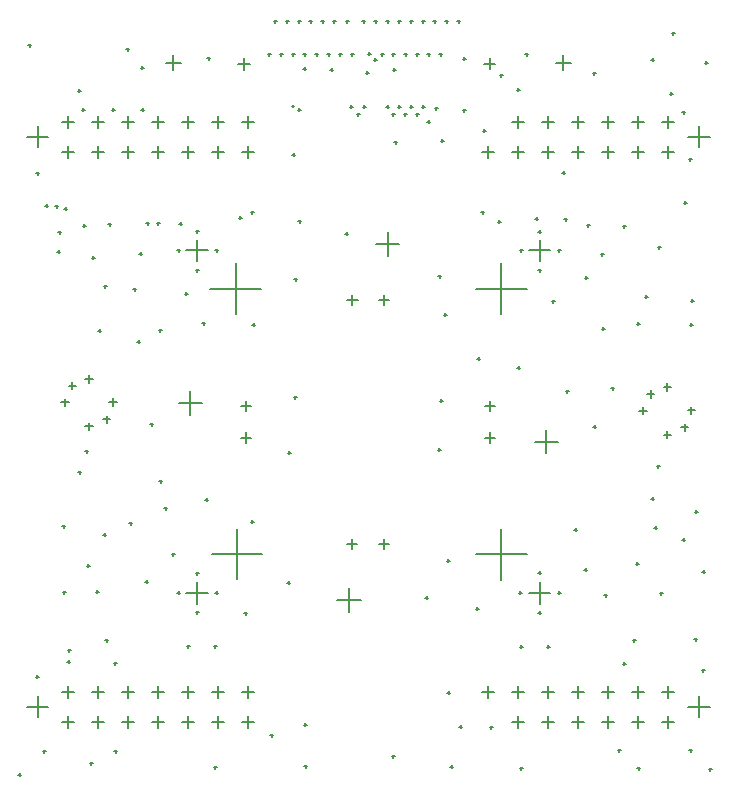
<source format=gbr>
G04 Layer_Color=128*
%FSLAX26Y26*%
%MOIN*%
%TF.FileFunction,Drillmap*%
%TF.Part,Single*%
G01*
G75*
%TA.AperFunction,NonConductor*%
%ADD105C,0.005000*%
D105*
X1607361Y2429133D02*
X1642794D01*
X1625078Y2411417D02*
Y2446850D01*
X786497Y2429133D02*
X825867D01*
X806182Y2409448D02*
Y2448818D01*
X797042Y1183274D02*
X830506D01*
X813774Y1166541D02*
Y1200006D01*
X1150596Y829720D02*
X1184060D01*
X1167328Y812987D02*
Y846452D01*
X797240Y1289366D02*
X830704D01*
X813972Y1272633D02*
Y1306098D01*
X1150792Y1642919D02*
X1184256D01*
X1167524Y1626187D02*
Y1659652D01*
X1256886Y829719D02*
X1290350D01*
X1273618Y812987D02*
Y846452D01*
X1610438Y1183274D02*
X1643902D01*
X1627170Y1166541D02*
Y1200006D01*
X1256886Y1642722D02*
X1290350D01*
X1273618Y1625989D02*
Y1659454D01*
X1610438Y1289168D02*
X1643902D01*
X1627170Y1272435D02*
Y1305900D01*
X1774390Y1169901D02*
X1853130D01*
X1813760Y1130531D02*
Y1209272D01*
X1116752Y640963D02*
X1195492D01*
X1156122Y601593D02*
Y680334D01*
X587814Y1298601D02*
X666554D01*
X627184Y1259231D02*
Y1337972D01*
X1245452Y1827540D02*
X1324192D01*
X1284822Y1788169D02*
Y1866910D01*
X2284500Y1273999D02*
X2309500D01*
X2297000Y1261499D02*
Y1286499D01*
X2262500Y1216999D02*
X2287500D01*
X2275000Y1204499D02*
Y1229499D01*
X2204500Y1192999D02*
X2229500D01*
X2217000Y1180499D02*
Y1205499D01*
X2123878Y1272999D02*
X2148878D01*
X2136378Y1260499D02*
Y1285499D01*
X2148500Y1328999D02*
X2173500D01*
X2161000Y1316499D02*
Y1341499D01*
X2204500Y1351999D02*
X2229500D01*
X2217000Y1339499D02*
Y1364499D01*
X357500Y1300999D02*
X382500D01*
X370000Y1288499D02*
Y1313499D01*
X335500Y1243999D02*
X360500D01*
X348000Y1231499D02*
Y1256499D01*
X277500Y1219999D02*
X302500D01*
X290000Y1207499D02*
Y1232499D01*
X196878Y1299999D02*
X221878D01*
X209378Y1287499D02*
Y1312499D01*
X221500Y1355999D02*
X246500D01*
X234000Y1343499D02*
Y1368499D01*
X277500Y1378999D02*
X302500D01*
X290000Y1366499D02*
Y1391499D01*
X200490Y2136222D02*
X240490D01*
X220490Y2116222D02*
Y2156222D01*
X300490Y2136222D02*
X340490D01*
X320490Y2116222D02*
Y2156222D01*
X400490Y2136222D02*
X440490D01*
X420490Y2116222D02*
Y2156222D01*
X500490Y2136222D02*
X540490D01*
X520490Y2116222D02*
Y2156222D01*
X600490Y2136222D02*
X640490D01*
X620490Y2116222D02*
Y2156222D01*
X700490Y2136222D02*
X740490D01*
X720490Y2116222D02*
Y2156222D01*
X800490Y2136222D02*
X840490D01*
X820490Y2116222D02*
Y2156222D01*
X1600490Y2136222D02*
X1640490D01*
X1620490Y2116222D02*
Y2156222D01*
X1700490Y2136222D02*
X1740490D01*
X1720490Y2116222D02*
Y2156222D01*
X1800490Y2136222D02*
X1840490D01*
X1820490Y2116222D02*
Y2156222D01*
X1900490Y2136222D02*
X1940490D01*
X1920490Y2116222D02*
Y2156222D01*
X2000490Y2136222D02*
X2040490D01*
X2020490Y2116222D02*
Y2156222D01*
X2100490Y2136222D02*
X2140490D01*
X2120490Y2116222D02*
Y2156222D01*
X2200490Y2136222D02*
X2240490D01*
X2220490Y2116222D02*
Y2156222D01*
X200490Y2236222D02*
X240490D01*
X220490Y2216222D02*
Y2256222D01*
X300490Y2236222D02*
X340490D01*
X320490Y2216222D02*
Y2256222D01*
X400490Y2236222D02*
X440490D01*
X420490Y2216222D02*
Y2256222D01*
X500490Y2236222D02*
X540490D01*
X520490Y2216222D02*
Y2256222D01*
X600490Y2236222D02*
X640490D01*
X620490Y2216222D02*
Y2256222D01*
X700490Y2236222D02*
X740490D01*
X720490Y2216222D02*
Y2256222D01*
X800490Y2236222D02*
X840490D01*
X820490Y2216222D02*
Y2256222D01*
X1700490Y2236222D02*
X1740490D01*
X1720490Y2216222D02*
Y2256222D01*
X1800490Y2236222D02*
X1840490D01*
X1820490Y2216222D02*
Y2256222D01*
X1900490Y2236222D02*
X1940490D01*
X1920490Y2216222D02*
Y2256222D01*
X2000490Y2236222D02*
X2040490D01*
X2020490Y2216222D02*
Y2256222D01*
X2100490Y2236222D02*
X2140490D01*
X2120490Y2216222D02*
Y2256222D01*
X2200490Y2236222D02*
X2240490D01*
X2220490Y2216222D02*
Y2256222D01*
X200490Y336221D02*
X240490D01*
X220490Y316221D02*
Y356221D01*
X300490Y336221D02*
X340490D01*
X320490Y316221D02*
Y356221D01*
X400490Y336221D02*
X440490D01*
X420490Y316221D02*
Y356221D01*
X500490Y336221D02*
X540490D01*
X520490Y316221D02*
Y356221D01*
X600490Y336221D02*
X640490D01*
X620490Y316221D02*
Y356221D01*
X700490Y336221D02*
X740490D01*
X720490Y316221D02*
Y356221D01*
X800490Y336221D02*
X840490D01*
X820490Y316221D02*
Y356221D01*
X1600490Y336221D02*
X1640490D01*
X1620490Y316221D02*
Y356221D01*
X1700490Y336221D02*
X1740490D01*
X1720490Y316221D02*
Y356221D01*
X1800490Y336221D02*
X1840490D01*
X1820490Y316221D02*
Y356221D01*
X1900490Y336221D02*
X1940490D01*
X1920490Y316221D02*
Y356221D01*
X2000490Y336221D02*
X2040490D01*
X2020490Y316221D02*
Y356221D01*
X2100490Y336221D02*
X2140490D01*
X2120490Y316221D02*
Y356221D01*
X2200490Y336221D02*
X2240490D01*
X2220490Y316221D02*
Y356221D01*
X200490Y236221D02*
X240490D01*
X220490Y216221D02*
Y256221D01*
X300490Y236221D02*
X340490D01*
X320490Y216221D02*
Y256221D01*
X400490Y236221D02*
X440490D01*
X420490Y216221D02*
Y256221D01*
X500490Y236221D02*
X540490D01*
X520490Y216221D02*
Y256221D01*
X600490Y236221D02*
X640490D01*
X620490Y216221D02*
Y256221D01*
X700490Y236221D02*
X740490D01*
X720490Y216221D02*
Y256221D01*
X800490Y236221D02*
X840490D01*
X820490Y216221D02*
Y256221D01*
X1700490Y236221D02*
X1740490D01*
X1720490Y216221D02*
Y256221D01*
X1800490Y236221D02*
X1840490D01*
X1820490Y216221D02*
Y256221D01*
X1900490Y236221D02*
X1940490D01*
X1920490Y216221D02*
Y256221D01*
X2000490Y236221D02*
X2040490D01*
X2020490Y216221D02*
Y256221D01*
X2100490Y236221D02*
X2140490D01*
X2120490Y216221D02*
Y256221D01*
X2200490Y236221D02*
X2240490D01*
X2220490Y216221D02*
Y256221D01*
X2287401Y286221D02*
X2358267D01*
X2322834Y250788D02*
Y321655D01*
X82677Y286221D02*
X153543D01*
X118110Y250788D02*
Y321655D01*
X2287401Y2186222D02*
X2358267D01*
X2322834Y2150788D02*
Y2221655D01*
X697756Y795275D02*
X867048D01*
X782402Y710630D02*
Y879921D01*
X1578740Y793308D02*
X1748032D01*
X1663386Y708662D02*
Y877953D01*
X692914Y1679133D02*
X862206D01*
X777560Y1594488D02*
Y1763779D01*
X1578740Y1679133D02*
X1748032D01*
X1663386Y1594488D02*
Y1763779D01*
X1755905Y1807088D02*
X1826771D01*
X1791338Y1771654D02*
Y1842521D01*
X1755905Y665354D02*
X1826771D01*
X1791338Y629920D02*
Y700787D01*
X1845472Y2433072D02*
X1894684D01*
X1870078Y2408465D02*
Y2457678D01*
X546260Y2433072D02*
X595472D01*
X570866Y2408465D02*
Y2457678D01*
X614173Y665354D02*
X685039D01*
X649606Y629920D02*
Y700787D01*
X82677Y2186222D02*
X153543D01*
X118110Y2150788D02*
Y2221655D01*
X614173Y1807088D02*
X685039D01*
X649606Y1771654D02*
Y1842521D01*
X1082678Y2461000D02*
X1092678D01*
X1087678Y2456000D02*
Y2466000D01*
X1043308Y2461000D02*
X1053308D01*
X1048308Y2456000D02*
Y2466000D01*
X1122048Y2461000D02*
X1132048D01*
X1127048Y2456000D02*
Y2466000D01*
X1161418Y2461000D02*
X1171418D01*
X1166418Y2456000D02*
Y2466000D01*
X1417322Y2235000D02*
X1427322D01*
X1422322Y2230000D02*
Y2240000D01*
X1358268Y2285000D02*
X1368268D01*
X1363268Y2280000D02*
Y2290000D01*
X1318898Y2285000D02*
X1328898D01*
X1323898Y2280000D02*
Y2290000D01*
X1279528Y2285000D02*
X1289528D01*
X1284528Y2280000D02*
Y2290000D01*
X1442000Y2280000D02*
X1452000D01*
X1447000Y2275000D02*
Y2285000D01*
X1397638D02*
X1407638D01*
X1402638Y2280000D02*
Y2290000D01*
X1535000Y2273884D02*
X1545000D01*
X1540000Y2268884D02*
Y2278884D01*
X1968000Y2397000D02*
X1978000D01*
X1973000Y2392000D02*
Y2402000D01*
X292000Y98000D02*
X302000D01*
X297000Y93000D02*
Y103000D01*
X2069000Y429510D02*
X2079000D01*
X2074000Y424510D02*
Y434510D01*
X265000Y2275000D02*
X275000D01*
X270000Y2270000D02*
Y2280000D01*
X1238500Y2442126D02*
X1248500D01*
X1243500Y2437126D02*
Y2447126D01*
X1302000Y2409000D02*
X1312000D01*
X1307000Y2404000D02*
Y2414000D01*
X1200788Y2570000D02*
X1210788D01*
X1205788Y2565000D02*
Y2575000D01*
X1524000Y219000D02*
X1534000D01*
X1529000Y214000D02*
Y224000D01*
X788000Y1915000D02*
X798000D01*
X793000Y1910000D02*
Y1920000D01*
X828000Y1934000D02*
X838000D01*
X833000Y1929000D02*
Y1939000D01*
X2163000Y979186D02*
X2173000D01*
X2168000Y974186D02*
Y984186D01*
X2181000Y1088000D02*
X2191000D01*
X2186000Y1083000D02*
Y1093000D01*
X2068017Y1886984D02*
X2078017D01*
X2073017Y1881984D02*
Y1891984D01*
X1866000Y2066000D02*
X1876000D01*
X1871000Y2061000D02*
Y2071000D01*
X1949000Y1891000D02*
X1959000D01*
X1954000Y1886000D02*
Y1896000D01*
X1873000Y1910528D02*
X1883000D01*
X1878000Y1905528D02*
Y1915528D01*
X1776000Y1913000D02*
X1786000D01*
X1781000Y1908000D02*
Y1918000D01*
X1596000Y1934000D02*
X1606000D01*
X1601000Y1929000D02*
Y1939000D01*
X311000Y669000D02*
X321000D01*
X316000Y664000D02*
Y674000D01*
X183000Y1802000D02*
X193000D01*
X188000Y1797000D02*
Y1807000D01*
X2007000Y656712D02*
X2017000D01*
X2012000Y651712D02*
Y661712D01*
X354000Y1894000D02*
X364000D01*
X359000Y1889000D02*
Y1899000D01*
X216000Y436000D02*
X226000D01*
X221000Y431000D02*
Y441000D01*
X2307626Y935000D02*
X2317626D01*
X2312626Y930000D02*
Y940000D01*
X2163000Y2443000D02*
X2173000D01*
X2168000Y2438000D02*
Y2448000D01*
X2224500Y2328500D02*
X2234500D01*
X2229500Y2323500D02*
Y2333500D01*
X338000Y1687000D02*
X348000D01*
X343000Y1682000D02*
Y1692000D01*
X177000Y1954000D02*
X187000D01*
X182000Y1949000D02*
Y1959000D01*
X218000Y474000D02*
X228000D01*
X223000Y469000D02*
Y479000D01*
X207000Y1946094D02*
X217000D01*
X212000Y1941094D02*
Y1951094D01*
X143000Y1955000D02*
X153000D01*
X148000Y1950000D02*
Y1960000D01*
X515000Y1897000D02*
X525000D01*
X520000Y1892000D02*
Y1902000D01*
X480000Y1897000D02*
X490000D01*
X485000Y1892000D02*
Y1902000D01*
X463000Y2275000D02*
X473000D01*
X468000Y2270000D02*
Y2280000D01*
X365000Y2275000D02*
X375000D01*
X370000Y2270000D02*
Y2280000D01*
X1602000Y2205000D02*
X1612000D01*
X1607000Y2200000D02*
Y2210000D01*
X1715000Y2343000D02*
X1725000D01*
X1720000Y2338000D02*
Y2348000D01*
X1181102Y2260102D02*
X1191102D01*
X1186102Y2255102D02*
Y2265102D01*
X462000Y2414999D02*
X472000D01*
X467000Y2409999D02*
Y2419999D01*
X414000Y2477000D02*
X424000D01*
X419000Y2472000D02*
Y2482000D01*
X252000Y2339000D02*
X262000D01*
X257000Y2334000D02*
Y2344000D01*
X1003938Y2461000D02*
X1013938D01*
X1008938Y2456000D02*
Y2466000D01*
X965566Y2288000D02*
X973566D01*
X969566Y2284000D02*
Y2292000D01*
X984252Y2275000D02*
X994252D01*
X989252Y2270000D02*
Y2280000D01*
X885826Y2461174D02*
X895826D01*
X890826Y2456174D02*
Y2466174D01*
X925196Y2461000D02*
X935196D01*
X930196Y2456000D02*
Y2466000D01*
X320150Y1539000D02*
X330150D01*
X325150Y1534000D02*
Y1544000D01*
X134491Y137000D02*
X144491D01*
X139491Y132000D02*
Y142000D01*
X374000Y137000D02*
X384000D01*
X379000Y132000D02*
Y142000D01*
X905512Y2570000D02*
X915512D01*
X910512Y2565000D02*
Y2575000D01*
X1062992Y2570000D02*
X1072992D01*
X1067992Y2565000D02*
Y2575000D01*
X944882Y2570000D02*
X954882D01*
X949882Y2565000D02*
Y2575000D01*
X1023622Y2570000D02*
X1033622D01*
X1028622Y2565000D02*
Y2575000D01*
X984252Y2570000D02*
X994252D01*
X989252Y2565000D02*
Y2575000D01*
X1102362Y2570000D02*
X1112362D01*
X1107362Y2565000D02*
Y2575000D01*
X964566Y2461000D02*
X974566D01*
X969566Y2456000D02*
Y2466000D01*
X1377952Y2461000D02*
X1387952D01*
X1382952Y2456000D02*
Y2466000D01*
X1456692Y2461000D02*
X1466692D01*
X1461692Y2456000D02*
Y2466000D01*
X1417322Y2461000D02*
X1427322D01*
X1422322Y2456000D02*
Y2466000D01*
X2101085Y508085D02*
X2111085D01*
X2106085Y503085D02*
Y513085D01*
X1725000Y486000D02*
X1735000D01*
X1730000Y481000D02*
Y491000D01*
X2052000Y140922D02*
X2062000D01*
X2057000Y135922D02*
Y145922D01*
X2290000Y140000D02*
X2300000D01*
X2295000Y135000D02*
Y145000D01*
X2116999Y79999D02*
X2126999D01*
X2121999Y74999D02*
Y84999D01*
X1815000Y485000D02*
X1825000D01*
X1820000Y480000D02*
Y490000D01*
X1725000Y80000D02*
X1735000D01*
X1730000Y75000D02*
Y85000D01*
X705500Y84000D02*
X715500D01*
X710500Y79000D02*
Y89000D01*
X371000Y430000D02*
X381000D01*
X376000Y425000D02*
Y435000D01*
X344033Y508086D02*
X354033D01*
X349033Y503086D02*
Y513086D01*
X705500Y487500D02*
X715500D01*
X710500Y482500D02*
Y492500D01*
X615490Y487500D02*
X625490D01*
X620490Y482500D02*
Y492500D01*
X894000Y191000D02*
X904000D01*
X899000Y186000D02*
Y196000D01*
X1299000Y2260000D02*
X1309000D01*
X1304000Y2255000D02*
Y2265000D01*
X1535434Y2445434D02*
X1545434D01*
X1540434Y2440434D02*
Y2450434D01*
X1201000Y2285000D02*
X1211000D01*
X1206000Y2280000D02*
Y2290000D01*
X1651001Y1902001D02*
X1661001D01*
X1656001Y1897001D02*
Y1907001D01*
X2266000Y2267000D02*
X2276000D01*
X2271000Y2262000D02*
Y2272000D01*
X2288000Y2110000D02*
X2298000D01*
X2293000Y2105000D02*
Y2115000D01*
X590490Y1896000D02*
X600490D01*
X595490Y1891000D02*
Y1901000D01*
X1851338Y665354D02*
X1861338D01*
X1856338Y660354D02*
Y670354D01*
X1786338Y599000D02*
X1796338D01*
X1791338Y594000D02*
Y604000D01*
X1721000Y665354D02*
X1731000D01*
X1726000Y660354D02*
Y670354D01*
X1787150Y732000D02*
X1797150D01*
X1792150Y727000D02*
Y737000D01*
X709606Y665354D02*
X719606D01*
X714606Y660354D02*
Y670354D01*
X644606Y600000D02*
X654606D01*
X649606Y595000D02*
Y605000D01*
X583000Y665354D02*
X593000D01*
X588000Y660354D02*
Y670354D01*
X644606Y730000D02*
X654606D01*
X649606Y725000D02*
Y735000D01*
X709606Y1807088D02*
X719606D01*
X714606Y1802088D02*
Y1812088D01*
X644606Y1870000D02*
X654606D01*
X649606Y1865000D02*
Y1875000D01*
X645640Y1740000D02*
X655640D01*
X650640Y1735000D02*
Y1745000D01*
X583000Y1807088D02*
X593000D01*
X588000Y1802088D02*
Y1812088D01*
X1851338Y1807088D02*
X1861338D01*
X1856338Y1802088D02*
Y1812088D01*
X1787000Y1869000D02*
X1797000D01*
X1792000Y1864000D02*
Y1874000D01*
X1725000Y1807088D02*
X1735000D01*
X1730000Y1802088D02*
Y1812088D01*
X1786338Y1740000D02*
X1796338D01*
X1791338Y1735000D02*
Y1745000D01*
X524000Y1037000D02*
X534000D01*
X529000Y1032000D02*
Y1042000D01*
X494150Y1227150D02*
X504150D01*
X499150Y1222150D02*
Y1232150D01*
X1998000Y1546172D02*
X2008000D01*
X2003000Y1541172D02*
Y1551172D01*
X2030000Y1347000D02*
X2040000D01*
X2035000Y1342000D02*
Y1352000D01*
X683768Y2448000D02*
X693768D01*
X688768Y2443000D02*
Y2453000D01*
X1003092Y2412058D02*
X1013092D01*
X1008092Y2407058D02*
Y2417058D01*
X1094000Y2408677D02*
X1104000D01*
X1099000Y2403677D02*
Y2413677D01*
X1307000Y2167000D02*
X1317000D01*
X1312000Y2162000D02*
Y2172000D01*
X1461167D02*
X1471167D01*
X1466167Y2167000D02*
Y2177000D01*
X87000Y2491000D02*
X97000D01*
X92000Y2486000D02*
Y2496000D01*
X113000Y2064000D02*
X123000D01*
X118000Y2059000D02*
Y2069000D01*
X268000Y1889000D02*
X278000D01*
X273000Y1884000D02*
Y1894000D01*
X254000Y1068000D02*
X264000D01*
X259000Y1063000D02*
Y1073000D01*
X336000Y859000D02*
X346000D01*
X341000Y854000D02*
Y864000D01*
X201000Y667000D02*
X211000D01*
X206000Y662000D02*
Y672000D01*
X112000Y386000D02*
X122000D01*
X117000Y381000D02*
Y391000D01*
X53000Y59000D02*
X63000D01*
X58000Y54000D02*
Y64000D01*
X1005000Y225000D02*
X1015000D01*
X1010000Y220000D02*
Y230000D01*
X1299000Y120000D02*
X1309000D01*
X1304000Y115000D02*
Y125000D01*
X1483000Y333000D02*
X1493000D01*
X1488000Y328000D02*
Y338000D01*
X2355000Y77000D02*
X2365000D01*
X2360000Y72000D02*
Y82000D01*
X2306000Y510000D02*
X2316000D01*
X2311000Y505000D02*
Y515000D01*
X2192000Y664000D02*
X2202000D01*
X2197000Y659000D02*
Y669000D01*
X2266000Y843000D02*
X2276000D01*
X2271000Y838000D02*
Y848000D01*
X2295000Y1639000D02*
X2305000D01*
X2300000Y1634000D02*
Y1644000D01*
X2185000Y1817000D02*
X2195000D01*
X2190000Y1812000D02*
Y1822000D01*
X2271436Y1966000D02*
X2281436D01*
X2276436Y1961000D02*
Y1971000D01*
X2341000Y2432000D02*
X2351000D01*
X2346000Y2427000D02*
Y2437000D01*
X2232000Y2530000D02*
X2242000D01*
X2237000Y2525000D02*
Y2535000D01*
X1743000Y2460000D02*
X1753000D01*
X1748000Y2455000D02*
Y2465000D01*
X1659000Y2390000D02*
X1669000D01*
X1664000Y2385000D02*
Y2395000D01*
X987000Y1904000D02*
X997000D01*
X992000Y1899000D02*
Y1909000D01*
X973000Y1710000D02*
X983000D01*
X978000Y1705000D02*
Y1715000D01*
X1143000Y1862000D02*
X1153000D01*
X1148000Y1857000D02*
Y1867000D01*
X1453000Y1720000D02*
X1463000D01*
X1458000Y1715000D02*
Y1725000D01*
X667000Y1564000D02*
X677000D01*
X672000Y1559000D02*
Y1569000D01*
X521000Y1540001D02*
X531000D01*
X526000Y1535001D02*
Y1545001D01*
X677000Y976000D02*
X687000D01*
X682000Y971000D02*
Y981000D01*
X806000Y597000D02*
X816000D01*
X811000Y592000D02*
Y602000D01*
X972000Y1317000D02*
X982000D01*
X977000Y1312000D02*
Y1322000D01*
X1452000Y1143000D02*
X1462000D01*
X1457000Y1138000D02*
Y1148000D01*
X1410000Y649000D02*
X1420000D01*
X1415000Y644000D02*
Y654000D01*
X1907000Y875000D02*
X1917000D01*
X1912000Y870000D02*
Y880000D01*
X1970001Y1218469D02*
X1980001D01*
X1975001Y1213469D02*
Y1223469D01*
X1717000Y1416000D02*
X1727000D01*
X1722000Y1411000D02*
Y1421000D01*
X1831000Y1638000D02*
X1841000D01*
X1836000Y1633000D02*
Y1643000D01*
X436000Y1678000D02*
X446000D01*
X441000Y1673000D02*
Y1683000D01*
X450000Y1502000D02*
X460000D01*
X455000Y1497000D02*
Y1507000D01*
X276000Y1137000D02*
X286000D01*
X281000Y1132000D02*
Y1142000D01*
X424000Y898000D02*
X434000D01*
X429000Y893000D02*
Y903000D01*
X476150Y703000D02*
X486150D01*
X481150Y698000D02*
Y708000D01*
X565000Y793308D02*
X575000D01*
X570000Y788308D02*
Y798308D01*
X540000Y948000D02*
X550000D01*
X545000Y943000D02*
Y953000D01*
X1940000Y742000D02*
X1950000D01*
X1945000Y737000D02*
Y747000D01*
X2174000Y883000D02*
X2184000D01*
X2179000Y878000D02*
Y888000D01*
X2111000Y762603D02*
X2121000D01*
X2116000Y757603D02*
Y767603D01*
X2292000Y1559000D02*
X2302000D01*
X2297000Y1554000D02*
Y1564000D01*
X2142000Y1653000D02*
X2152000D01*
X2147000Y1648000D02*
Y1658000D01*
X1995000Y1794000D02*
X2005000D01*
X2000000Y1789000D02*
Y1799000D01*
X1942000Y1716000D02*
X1952000D01*
X1947000Y1711000D02*
Y1721000D01*
X2115000Y1562000D02*
X2125000D01*
X2120000Y1557000D02*
Y1567000D01*
X608000Y1662000D02*
X618000D01*
X613000Y1657000D02*
Y1667000D01*
X457000Y1795000D02*
X467000D01*
X462000Y1790000D02*
Y1800000D01*
X833000Y1559000D02*
X843000D01*
X838000Y1554000D02*
Y1564000D01*
X827827Y903000D02*
X837827D01*
X832827Y898000D02*
Y908000D01*
X950000Y699000D02*
X960000D01*
X955000Y694000D02*
Y704000D01*
X952000Y1132000D02*
X962000D01*
X957000Y1127000D02*
Y1137000D01*
X1458000Y1306000D02*
X1468000D01*
X1463000Y1301000D02*
Y1311000D01*
X1471000Y1592000D02*
X1481000D01*
X1476000Y1587000D02*
Y1597000D01*
X1583000Y1446000D02*
X1593000D01*
X1588000Y1441000D02*
Y1451000D01*
X1481000Y773000D02*
X1491000D01*
X1486000Y768000D02*
Y778000D01*
X1578000Y612000D02*
X1588000D01*
X1583000Y607000D02*
Y617000D01*
X282000Y755000D02*
X292000D01*
X287000Y750000D02*
Y760000D01*
X200000Y888000D02*
X210000D01*
X205000Y883000D02*
Y893000D01*
X298000Y1783000D02*
X308000D01*
X303000Y1778000D02*
Y1788000D01*
X186000Y1867000D02*
X196000D01*
X191000Y1862000D02*
Y1872000D01*
X1006000Y88000D02*
X1016000D01*
X1011000Y83000D02*
Y93000D01*
X2333000Y735000D02*
X2343000D01*
X2338000Y730000D02*
Y740000D01*
X2331000Y408000D02*
X2341000D01*
X2336000Y403000D02*
Y413000D01*
X1878000Y1338000D02*
X1888000D01*
X1883000Y1333000D02*
Y1343000D01*
X1494000Y85000D02*
X1504000D01*
X1499000Y80000D02*
Y90000D01*
X1625000Y218000D02*
X1635000D01*
X1630000Y213000D02*
Y223000D01*
X966000Y2126000D02*
X976000D01*
X971000Y2121000D02*
Y2131000D01*
X1159000Y2285000D02*
X1169000D01*
X1164000Y2280000D02*
Y2290000D01*
X1211000Y2399000D02*
X1221000D01*
X1216000Y2394000D02*
Y2404000D01*
X1516000Y2571000D02*
X1526000D01*
X1521000Y2566000D02*
Y2576000D01*
X1437000Y2571000D02*
X1447000D01*
X1442000Y2566000D02*
Y2576000D01*
X1476000Y2571000D02*
X1486000D01*
X1481000Y2566000D02*
Y2576000D01*
X1358000Y2571000D02*
X1368000D01*
X1363000Y2566000D02*
Y2576000D01*
X1398000Y2571000D02*
X1408000D01*
X1403000Y2566000D02*
Y2576000D01*
X1319000Y2571000D02*
X1329000D01*
X1324000Y2566000D02*
Y2576000D01*
X1280000Y2571000D02*
X1290000D01*
X1285000Y2566000D02*
Y2576000D01*
X1240000Y2571000D02*
X1250000D01*
X1245000Y2566000D02*
Y2576000D01*
X1145000Y2570000D02*
X1155000D01*
X1150000Y2565000D02*
Y2575000D01*
X1219000Y2462000D02*
X1229000D01*
X1224000Y2457000D02*
Y2467000D01*
X1261000Y2461000D02*
X1271000D01*
X1266000Y2456000D02*
Y2466000D01*
X1340582Y2461000D02*
X1350582D01*
X1345582Y2456000D02*
Y2466000D01*
X1298000Y2461000D02*
X1308000D01*
X1303000Y2456000D02*
Y2466000D01*
X1338582Y2260000D02*
X1348582D01*
X1343582Y2255000D02*
Y2265000D01*
X1377952Y2260000D02*
X1387952D01*
X1382952Y2255000D02*
Y2265000D01*
%TF.MD5,B06966B4EA5D303AFA87DE446B16A9FE*%
M02*

</source>
